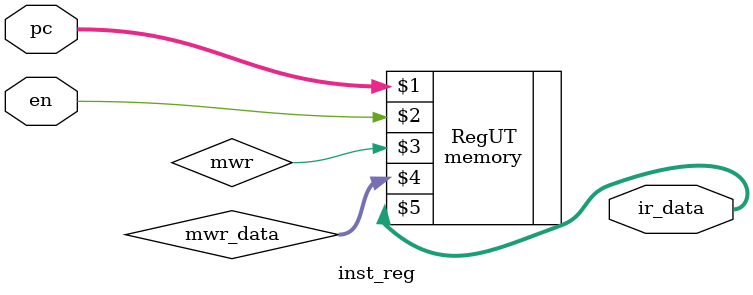
<source format=v>
module inst_reg(
    input [7:0]pc,
    input en,
    output [15:0]ir_data);


reg [15:0]mwr_data;
reg mwr;
memory RegUT(pc,en,mwr,mwr_data,ir_data);

endmodule 
</source>
